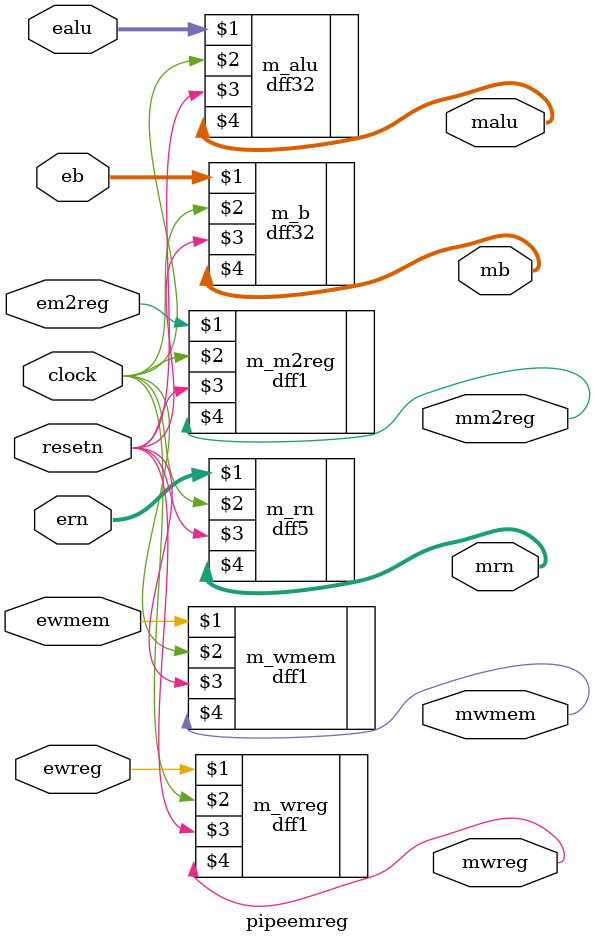
<source format=v>
module pipeemreg( ewreg,em2reg,ewmem,ealu,eb,ern,clock,resetn,
	mwreg,mm2reg,mwmem,malu,mb,mrn);
	input 		ewreg,em2reg,ewmem;
	input [31:0] ealu,eb;
	input [4:0] ern;
	input 		clock,resetn;
	output 		mwreg,mm2reg,mwmem;
	output [31:0] malu,mb;
	output [4:0] mrn;
	
	dff1 m_wreg(ewreg,clock,resetn,mwreg);
	dff1 m_m2reg(em2reg,clock,resetn,mm2reg);
	dff1 m_wmem(ewmem,clock,resetn,mwmem);
	
	dff32 m_alu (ealu,clock,resetn,malu);
	dff32 m_b (eb,clock,resetn,mb);
	
	dff5 m_rn (ern,clock,resetn,mrn);
endmodule
</source>
